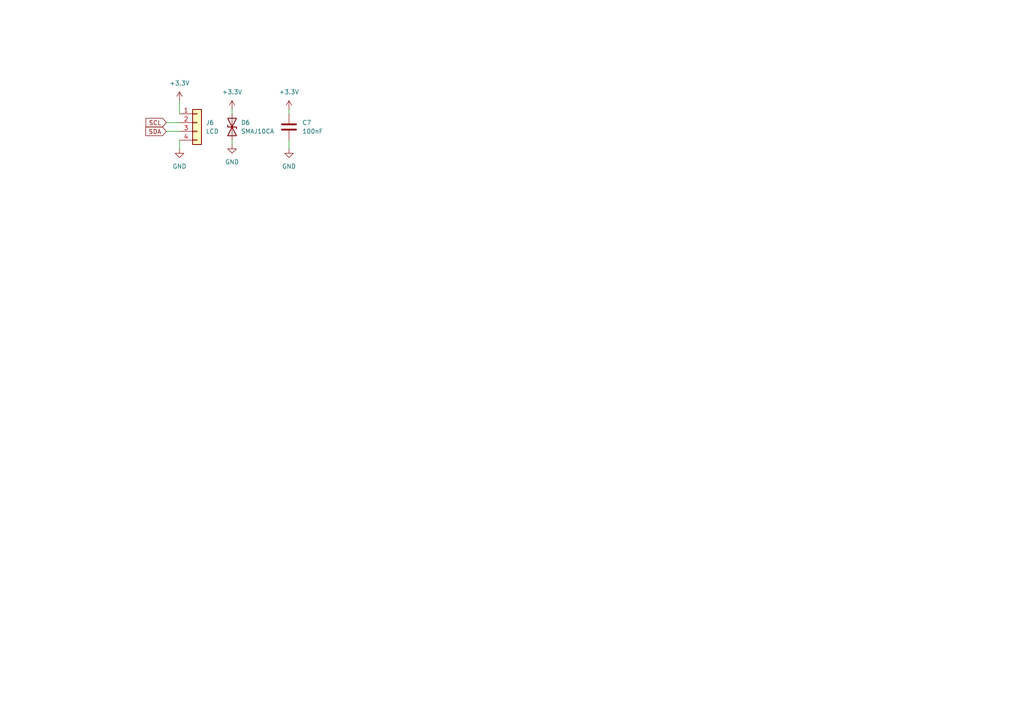
<source format=kicad_sch>
(kicad_sch (version 20230121) (generator eeschema)

  (uuid aaab7bb8-9d39-4a80-89d3-5f727607a7bc)

  (paper "A4")

  (lib_symbols
    (symbol "Connector_Generic:Conn_01x04" (pin_names (offset 1.016) hide) (in_bom yes) (on_board yes)
      (property "Reference" "J" (at 0 5.08 0)
        (effects (font (size 1.27 1.27)))
      )
      (property "Value" "Conn_01x04" (at 0 -7.62 0)
        (effects (font (size 1.27 1.27)))
      )
      (property "Footprint" "" (at 0 0 0)
        (effects (font (size 1.27 1.27)) hide)
      )
      (property "Datasheet" "~" (at 0 0 0)
        (effects (font (size 1.27 1.27)) hide)
      )
      (property "ki_keywords" "connector" (at 0 0 0)
        (effects (font (size 1.27 1.27)) hide)
      )
      (property "ki_description" "Generic connector, single row, 01x04, script generated (kicad-library-utils/schlib/autogen/connector/)" (at 0 0 0)
        (effects (font (size 1.27 1.27)) hide)
      )
      (property "ki_fp_filters" "Connector*:*_1x??_*" (at 0 0 0)
        (effects (font (size 1.27 1.27)) hide)
      )
      (symbol "Conn_01x04_1_1"
        (rectangle (start -1.27 -4.953) (end 0 -5.207)
          (stroke (width 0.1524) (type default))
          (fill (type none))
        )
        (rectangle (start -1.27 -2.413) (end 0 -2.667)
          (stroke (width 0.1524) (type default))
          (fill (type none))
        )
        (rectangle (start -1.27 0.127) (end 0 -0.127)
          (stroke (width 0.1524) (type default))
          (fill (type none))
        )
        (rectangle (start -1.27 2.667) (end 0 2.413)
          (stroke (width 0.1524) (type default))
          (fill (type none))
        )
        (rectangle (start -1.27 3.81) (end 1.27 -6.35)
          (stroke (width 0.254) (type default))
          (fill (type background))
        )
        (pin passive line (at -5.08 2.54 0) (length 3.81)
          (name "Pin_1" (effects (font (size 1.27 1.27))))
          (number "1" (effects (font (size 1.27 1.27))))
        )
        (pin passive line (at -5.08 0 0) (length 3.81)
          (name "Pin_2" (effects (font (size 1.27 1.27))))
          (number "2" (effects (font (size 1.27 1.27))))
        )
        (pin passive line (at -5.08 -2.54 0) (length 3.81)
          (name "Pin_3" (effects (font (size 1.27 1.27))))
          (number "3" (effects (font (size 1.27 1.27))))
        )
        (pin passive line (at -5.08 -5.08 0) (length 3.81)
          (name "Pin_4" (effects (font (size 1.27 1.27))))
          (number "4" (effects (font (size 1.27 1.27))))
        )
      )
    )
    (symbol "Device:C" (pin_numbers hide) (pin_names (offset 0.254)) (in_bom yes) (on_board yes)
      (property "Reference" "C" (at 0.635 2.54 0)
        (effects (font (size 1.27 1.27)) (justify left))
      )
      (property "Value" "C" (at 0.635 -2.54 0)
        (effects (font (size 1.27 1.27)) (justify left))
      )
      (property "Footprint" "" (at 0.9652 -3.81 0)
        (effects (font (size 1.27 1.27)) hide)
      )
      (property "Datasheet" "~" (at 0 0 0)
        (effects (font (size 1.27 1.27)) hide)
      )
      (property "ki_keywords" "cap capacitor" (at 0 0 0)
        (effects (font (size 1.27 1.27)) hide)
      )
      (property "ki_description" "Unpolarized capacitor" (at 0 0 0)
        (effects (font (size 1.27 1.27)) hide)
      )
      (property "ki_fp_filters" "C_*" (at 0 0 0)
        (effects (font (size 1.27 1.27)) hide)
      )
      (symbol "C_0_1"
        (polyline
          (pts
            (xy -2.032 -0.762)
            (xy 2.032 -0.762)
          )
          (stroke (width 0.508) (type default))
          (fill (type none))
        )
        (polyline
          (pts
            (xy -2.032 0.762)
            (xy 2.032 0.762)
          )
          (stroke (width 0.508) (type default))
          (fill (type none))
        )
      )
      (symbol "C_1_1"
        (pin passive line (at 0 3.81 270) (length 2.794)
          (name "~" (effects (font (size 1.27 1.27))))
          (number "1" (effects (font (size 1.27 1.27))))
        )
        (pin passive line (at 0 -3.81 90) (length 2.794)
          (name "~" (effects (font (size 1.27 1.27))))
          (number "2" (effects (font (size 1.27 1.27))))
        )
      )
    )
    (symbol "Device:D_TVS" (pin_numbers hide) (pin_names (offset 1.016) hide) (in_bom yes) (on_board yes)
      (property "Reference" "D" (at 0 2.54 0)
        (effects (font (size 1.27 1.27)))
      )
      (property "Value" "D_TVS" (at 0 -2.54 0)
        (effects (font (size 1.27 1.27)))
      )
      (property "Footprint" "" (at 0 0 0)
        (effects (font (size 1.27 1.27)) hide)
      )
      (property "Datasheet" "~" (at 0 0 0)
        (effects (font (size 1.27 1.27)) hide)
      )
      (property "ki_keywords" "diode TVS thyrector" (at 0 0 0)
        (effects (font (size 1.27 1.27)) hide)
      )
      (property "ki_description" "Bidirectional transient-voltage-suppression diode" (at 0 0 0)
        (effects (font (size 1.27 1.27)) hide)
      )
      (property "ki_fp_filters" "TO-???* *_Diode_* *SingleDiode* D_*" (at 0 0 0)
        (effects (font (size 1.27 1.27)) hide)
      )
      (symbol "D_TVS_0_1"
        (polyline
          (pts
            (xy 1.27 0)
            (xy -1.27 0)
          )
          (stroke (width 0) (type default))
          (fill (type none))
        )
        (polyline
          (pts
            (xy 0.508 1.27)
            (xy 0 1.27)
            (xy 0 -1.27)
            (xy -0.508 -1.27)
          )
          (stroke (width 0.254) (type default))
          (fill (type none))
        )
        (polyline
          (pts
            (xy -2.54 1.27)
            (xy -2.54 -1.27)
            (xy 2.54 1.27)
            (xy 2.54 -1.27)
            (xy -2.54 1.27)
          )
          (stroke (width 0.254) (type default))
          (fill (type none))
        )
      )
      (symbol "D_TVS_1_1"
        (pin passive line (at -3.81 0 0) (length 2.54)
          (name "A1" (effects (font (size 1.27 1.27))))
          (number "1" (effects (font (size 1.27 1.27))))
        )
        (pin passive line (at 3.81 0 180) (length 2.54)
          (name "A2" (effects (font (size 1.27 1.27))))
          (number "2" (effects (font (size 1.27 1.27))))
        )
      )
    )
    (symbol "power:+3.3V" (power) (pin_names (offset 0)) (in_bom yes) (on_board yes)
      (property "Reference" "#PWR" (at 0 -3.81 0)
        (effects (font (size 1.27 1.27)) hide)
      )
      (property "Value" "+3.3V" (at 0 3.556 0)
        (effects (font (size 1.27 1.27)))
      )
      (property "Footprint" "" (at 0 0 0)
        (effects (font (size 1.27 1.27)) hide)
      )
      (property "Datasheet" "" (at 0 0 0)
        (effects (font (size 1.27 1.27)) hide)
      )
      (property "ki_keywords" "global power" (at 0 0 0)
        (effects (font (size 1.27 1.27)) hide)
      )
      (property "ki_description" "Power symbol creates a global label with name \"+3.3V\"" (at 0 0 0)
        (effects (font (size 1.27 1.27)) hide)
      )
      (symbol "+3.3V_0_1"
        (polyline
          (pts
            (xy -0.762 1.27)
            (xy 0 2.54)
          )
          (stroke (width 0) (type default))
          (fill (type none))
        )
        (polyline
          (pts
            (xy 0 0)
            (xy 0 2.54)
          )
          (stroke (width 0) (type default))
          (fill (type none))
        )
        (polyline
          (pts
            (xy 0 2.54)
            (xy 0.762 1.27)
          )
          (stroke (width 0) (type default))
          (fill (type none))
        )
      )
      (symbol "+3.3V_1_1"
        (pin power_in line (at 0 0 90) (length 0) hide
          (name "+3.3V" (effects (font (size 1.27 1.27))))
          (number "1" (effects (font (size 1.27 1.27))))
        )
      )
    )
    (symbol "power:GND" (power) (pin_names (offset 0)) (in_bom yes) (on_board yes)
      (property "Reference" "#PWR" (at 0 -6.35 0)
        (effects (font (size 1.27 1.27)) hide)
      )
      (property "Value" "GND" (at 0 -3.81 0)
        (effects (font (size 1.27 1.27)))
      )
      (property "Footprint" "" (at 0 0 0)
        (effects (font (size 1.27 1.27)) hide)
      )
      (property "Datasheet" "" (at 0 0 0)
        (effects (font (size 1.27 1.27)) hide)
      )
      (property "ki_keywords" "global power" (at 0 0 0)
        (effects (font (size 1.27 1.27)) hide)
      )
      (property "ki_description" "Power symbol creates a global label with name \"GND\" , ground" (at 0 0 0)
        (effects (font (size 1.27 1.27)) hide)
      )
      (symbol "GND_0_1"
        (polyline
          (pts
            (xy 0 0)
            (xy 0 -1.27)
            (xy 1.27 -1.27)
            (xy 0 -2.54)
            (xy -1.27 -1.27)
            (xy 0 -1.27)
          )
          (stroke (width 0) (type default))
          (fill (type none))
        )
      )
      (symbol "GND_1_1"
        (pin power_in line (at 0 0 270) (length 0) hide
          (name "GND" (effects (font (size 1.27 1.27))))
          (number "1" (effects (font (size 1.27 1.27))))
        )
      )
    )
  )


  (wire (pts (xy 83.82 40.64) (xy 83.82 43.18))
    (stroke (width 0) (type default))
    (uuid 2eb63261-5a17-4f35-abac-ed16db560dfb)
  )
  (wire (pts (xy 48.26 38.1) (xy 52.07 38.1))
    (stroke (width 0) (type default))
    (uuid 404237e7-71be-4baf-9b8c-7e5797c25da2)
  )
  (wire (pts (xy 83.82 31.75) (xy 83.82 33.02))
    (stroke (width 0) (type default))
    (uuid 5aa1cceb-214b-400d-96f0-0f1da3976721)
  )
  (wire (pts (xy 52.07 29.21) (xy 52.07 33.02))
    (stroke (width 0) (type default))
    (uuid 60e32f29-c8d2-482c-99f3-86092a2c7efd)
  )
  (wire (pts (xy 52.07 40.64) (xy 52.07 43.18))
    (stroke (width 0) (type default))
    (uuid 7ce1c325-3de1-4b3e-803b-28c396a6ec2a)
  )
  (wire (pts (xy 67.31 41.91) (xy 67.31 40.64))
    (stroke (width 0) (type default))
    (uuid 878eb206-d41d-4fba-a7a8-56a0b5c91592)
  )
  (wire (pts (xy 67.31 31.75) (xy 67.31 33.02))
    (stroke (width 0) (type default))
    (uuid b065ca1c-efd9-4296-bc78-39b33965c029)
  )
  (wire (pts (xy 48.26 35.56) (xy 52.07 35.56))
    (stroke (width 0) (type default))
    (uuid e650ce4f-57c6-4cb1-b3aa-d3e0f0d7bdfe)
  )

  (global_label "SCL" (shape input) (at 48.26 35.56 180) (fields_autoplaced)
    (effects (font (size 1.27 1.27)) (justify right))
    (uuid 61e10de9-727d-418c-9d5c-19e683c530ba)
    (property "Intersheetrefs" "${INTERSHEET_REFS}" (at 41.7672 35.56 0)
      (effects (font (size 1.27 1.27)) (justify right) hide)
    )
  )
  (global_label "SDA" (shape input) (at 48.26 38.1 180) (fields_autoplaced)
    (effects (font (size 1.27 1.27)) (justify right))
    (uuid 76d1feab-3d59-4290-9dde-8f87f8ec5e21)
    (property "Intersheetrefs" "${INTERSHEET_REFS}" (at 41.7067 38.1 0)
      (effects (font (size 1.27 1.27)) (justify right) hide)
    )
  )

  (symbol (lib_id "power:GND") (at 67.31 41.91 0) (unit 1)
    (in_bom yes) (on_board yes) (dnp no) (fields_autoplaced)
    (uuid 4ca4a4f6-602d-40d5-91d5-b5e641271a50)
    (property "Reference" "#PWR031" (at 67.31 48.26 0)
      (effects (font (size 1.27 1.27)) hide)
    )
    (property "Value" "GND" (at 67.31 46.99 0)
      (effects (font (size 1.27 1.27)))
    )
    (property "Footprint" "" (at 67.31 41.91 0)
      (effects (font (size 1.27 1.27)) hide)
    )
    (property "Datasheet" "" (at 67.31 41.91 0)
      (effects (font (size 1.27 1.27)) hide)
    )
    (pin "1" (uuid 875c7559-1893-45b7-90ed-270f9c6f0440))
    (instances
      (project "piezzo"
        (path "/2a569c31-bb52-4c3d-ae7f-45f2860154f7/ecd39aa7-1fff-40bf-9636-2312591432e1"
          (reference "#PWR031") (unit 1)
        )
      )
    )
  )

  (symbol (lib_id "power:+3.3V") (at 67.31 31.75 0) (unit 1)
    (in_bom yes) (on_board yes) (dnp no) (fields_autoplaced)
    (uuid 6458df6e-813d-444f-b8af-b8dd9effd9fb)
    (property "Reference" "#PWR030" (at 67.31 35.56 0)
      (effects (font (size 1.27 1.27)) hide)
    )
    (property "Value" "+3.3V" (at 67.31 26.67 0)
      (effects (font (size 1.27 1.27)))
    )
    (property "Footprint" "" (at 67.31 31.75 0)
      (effects (font (size 1.27 1.27)) hide)
    )
    (property "Datasheet" "" (at 67.31 31.75 0)
      (effects (font (size 1.27 1.27)) hide)
    )
    (pin "1" (uuid 8d19de35-b6ec-4932-a889-f65dccd16d98))
    (instances
      (project "piezzo"
        (path "/2a569c31-bb52-4c3d-ae7f-45f2860154f7/ecd39aa7-1fff-40bf-9636-2312591432e1"
          (reference "#PWR030") (unit 1)
        )
      )
    )
  )

  (symbol (lib_id "power:+3.3V") (at 83.82 31.75 0) (unit 1)
    (in_bom yes) (on_board yes) (dnp no) (fields_autoplaced)
    (uuid 67bb4564-5a0a-4460-ba2c-0accca633461)
    (property "Reference" "#PWR033" (at 83.82 35.56 0)
      (effects (font (size 1.27 1.27)) hide)
    )
    (property "Value" "+3.3V" (at 83.82 26.67 0)
      (effects (font (size 1.27 1.27)))
    )
    (property "Footprint" "" (at 83.82 31.75 0)
      (effects (font (size 1.27 1.27)) hide)
    )
    (property "Datasheet" "" (at 83.82 31.75 0)
      (effects (font (size 1.27 1.27)) hide)
    )
    (pin "1" (uuid 057dfba4-c128-49ca-9869-5a8379800bcd))
    (instances
      (project "piezzo"
        (path "/2a569c31-bb52-4c3d-ae7f-45f2860154f7/ecd39aa7-1fff-40bf-9636-2312591432e1"
          (reference "#PWR033") (unit 1)
        )
      )
    )
  )

  (symbol (lib_id "Connector_Generic:Conn_01x04") (at 57.15 35.56 0) (unit 1)
    (in_bom yes) (on_board yes) (dnp no) (fields_autoplaced)
    (uuid 6fec6e9c-c3bc-424d-a9cc-5ec2c17124e6)
    (property "Reference" "J6" (at 59.69 35.56 0)
      (effects (font (size 1.27 1.27)) (justify left))
    )
    (property "Value" "LCD" (at 59.69 38.1 0)
      (effects (font (size 1.27 1.27)) (justify left))
    )
    (property "Footprint" "Connector_PinHeader_2.54mm:PinHeader_1x04_P2.54mm_Vertical" (at 57.15 35.56 0)
      (effects (font (size 1.27 1.27)) hide)
    )
    (property "Datasheet" "~" (at 57.15 35.56 0)
      (effects (font (size 1.27 1.27)) hide)
    )
    (pin "1" (uuid 61909d7d-2940-4dd6-8d0d-a49584a9c169))
    (pin "2" (uuid 6b5d4fdb-889c-4ac4-a25c-561946078872))
    (pin "3" (uuid 163d1e0b-6ca9-4f17-889d-54b002af0fbd))
    (pin "4" (uuid 80a54ffd-1964-43b0-9ec4-51172eb9a5eb))
    (instances
      (project "piezzo"
        (path "/2a569c31-bb52-4c3d-ae7f-45f2860154f7/ecd39aa7-1fff-40bf-9636-2312591432e1"
          (reference "J6") (unit 1)
        )
      )
    )
  )

  (symbol (lib_id "power:GND") (at 83.82 43.18 0) (unit 1)
    (in_bom yes) (on_board yes) (dnp no) (fields_autoplaced)
    (uuid 85fd3ac1-58a3-44e4-a49e-0a2fc40f7a03)
    (property "Reference" "#PWR034" (at 83.82 49.53 0)
      (effects (font (size 1.27 1.27)) hide)
    )
    (property "Value" "GND" (at 83.82 48.26 0)
      (effects (font (size 1.27 1.27)))
    )
    (property "Footprint" "" (at 83.82 43.18 0)
      (effects (font (size 1.27 1.27)) hide)
    )
    (property "Datasheet" "" (at 83.82 43.18 0)
      (effects (font (size 1.27 1.27)) hide)
    )
    (pin "1" (uuid e2b12905-8e49-4cea-b5c0-db5fda9d88a2))
    (instances
      (project "piezzo"
        (path "/2a569c31-bb52-4c3d-ae7f-45f2860154f7/ecd39aa7-1fff-40bf-9636-2312591432e1"
          (reference "#PWR034") (unit 1)
        )
      )
    )
  )

  (symbol (lib_id "Device:D_TVS") (at 67.31 36.83 90) (unit 1)
    (in_bom yes) (on_board yes) (dnp no) (fields_autoplaced)
    (uuid 9214e9c2-ccbb-4ab1-b228-49aec2c1bfbe)
    (property "Reference" "D6" (at 69.85 35.56 90)
      (effects (font (size 1.27 1.27)) (justify right))
    )
    (property "Value" "SMAJ10CA" (at 69.85 38.1 90)
      (effects (font (size 1.27 1.27)) (justify right))
    )
    (property "Footprint" "Diode_SMD:D_MELF" (at 67.31 36.83 0)
      (effects (font (size 1.27 1.27)) hide)
    )
    (property "Datasheet" "~" (at 67.31 36.83 0)
      (effects (font (size 1.27 1.27)) hide)
    )
    (pin "1" (uuid 6f49dd98-c390-4bcf-8209-c897343f3b7c))
    (pin "2" (uuid f73cff3b-dc1c-4bf4-9a49-422dd70ae200))
    (instances
      (project "piezzo"
        (path "/2a569c31-bb52-4c3d-ae7f-45f2860154f7/ecd39aa7-1fff-40bf-9636-2312591432e1"
          (reference "D6") (unit 1)
        )
      )
    )
  )

  (symbol (lib_id "power:GND") (at 52.07 43.18 0) (unit 1)
    (in_bom yes) (on_board yes) (dnp no) (fields_autoplaced)
    (uuid c498da1e-6cee-4074-a29e-d64acb3e4f38)
    (property "Reference" "#PWR028" (at 52.07 49.53 0)
      (effects (font (size 1.27 1.27)) hide)
    )
    (property "Value" "GND" (at 52.07 48.26 0)
      (effects (font (size 1.27 1.27)))
    )
    (property "Footprint" "" (at 52.07 43.18 0)
      (effects (font (size 1.27 1.27)) hide)
    )
    (property "Datasheet" "" (at 52.07 43.18 0)
      (effects (font (size 1.27 1.27)) hide)
    )
    (pin "1" (uuid bc928464-9482-4513-a57a-1147de1830ae))
    (instances
      (project "piezzo"
        (path "/2a569c31-bb52-4c3d-ae7f-45f2860154f7/ecd39aa7-1fff-40bf-9636-2312591432e1"
          (reference "#PWR028") (unit 1)
        )
      )
    )
  )

  (symbol (lib_id "power:+3.3V") (at 52.07 29.21 0) (unit 1)
    (in_bom yes) (on_board yes) (dnp no) (fields_autoplaced)
    (uuid eefad257-7fe4-45f9-bfbe-45fc4c9d3bf7)
    (property "Reference" "#PWR027" (at 52.07 33.02 0)
      (effects (font (size 1.27 1.27)) hide)
    )
    (property "Value" "+3.3V" (at 52.07 24.13 0)
      (effects (font (size 1.27 1.27)))
    )
    (property "Footprint" "" (at 52.07 29.21 0)
      (effects (font (size 1.27 1.27)) hide)
    )
    (property "Datasheet" "" (at 52.07 29.21 0)
      (effects (font (size 1.27 1.27)) hide)
    )
    (pin "1" (uuid 75d98f25-ac5b-4f79-af8a-e668b96fd8b6))
    (instances
      (project "piezzo"
        (path "/2a569c31-bb52-4c3d-ae7f-45f2860154f7/ecd39aa7-1fff-40bf-9636-2312591432e1"
          (reference "#PWR027") (unit 1)
        )
      )
    )
  )

  (symbol (lib_id "Device:C") (at 83.82 36.83 180) (unit 1)
    (in_bom yes) (on_board yes) (dnp no) (fields_autoplaced)
    (uuid f7462dfe-f4d7-4097-a847-b7b399bff96a)
    (property "Reference" "C7" (at 87.63 35.56 0)
      (effects (font (size 1.27 1.27)) (justify right))
    )
    (property "Value" "100nF" (at 87.63 38.1 0)
      (effects (font (size 1.27 1.27)) (justify right))
    )
    (property "Footprint" "Capacitor_SMD:C_0603_1608Metric" (at 82.8548 33.02 0)
      (effects (font (size 1.27 1.27)) hide)
    )
    (property "Datasheet" "~" (at 83.82 36.83 0)
      (effects (font (size 1.27 1.27)) hide)
    )
    (pin "1" (uuid e7deb62b-a2ed-439e-ac53-2a267e2438f2))
    (pin "2" (uuid fcb0364f-27a3-45a2-9ba2-edfeec98b0c2))
    (instances
      (project "piezzo"
        (path "/2a569c31-bb52-4c3d-ae7f-45f2860154f7/ecd39aa7-1fff-40bf-9636-2312591432e1"
          (reference "C7") (unit 1)
        )
      )
    )
  )
)

</source>
